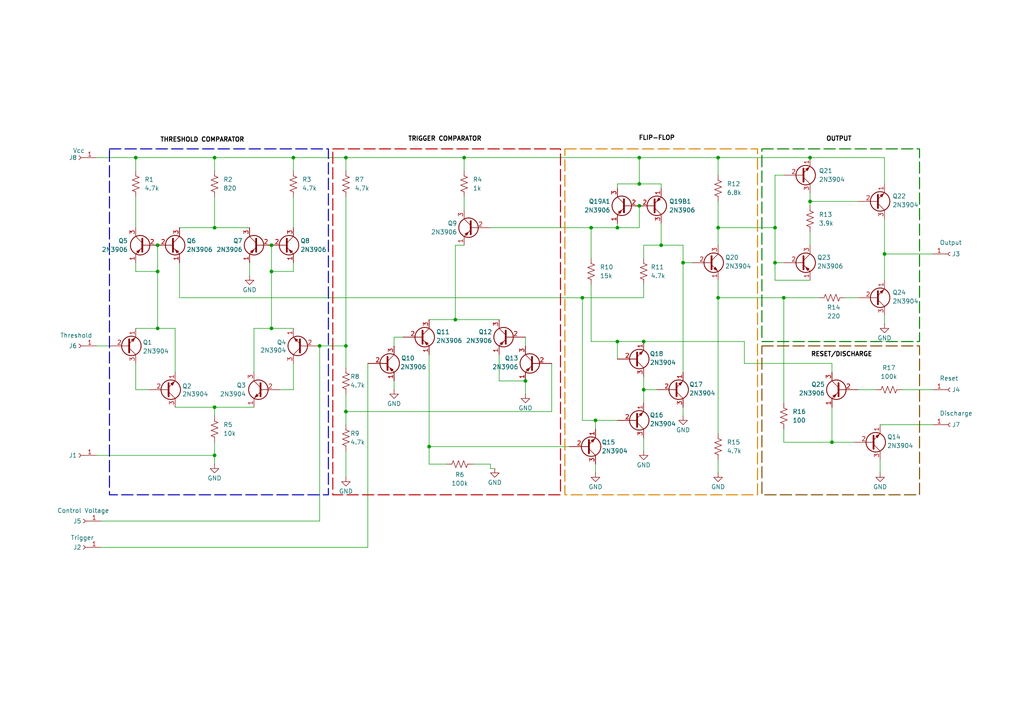
<source format=kicad_sch>
(kicad_sch (version 20231120) (generator "eeschema") (generator_version "8.0")
  (paper "A4")
  (lib_symbols
    (symbol "Connector:Conn_01x01_Socket" (pin_names (offset 1.016) hide)
      (property "Reference" "J" (at 0 2.54 0))
      (property "Value" "Conn_01x01_Socket" (at 0 -2.54 0))
      (symbol "Conn_01x01_Socket_1_1"
        (polyline (pts (xy -1.27 0) (xy -0.508 0)) (stroke (width 0.1524)))
        (arc (start 0 0.508) (mid -0.5058 0) (end 0 -0.508) (stroke (width 0.1524)))
        (pin passive line (at -5.08 0 0) (length 3.81) (name "Pin_1") (number "1"))
      )
    )
    (symbol "Device:R_US" (pin_numbers hide) (pin_names (offset 0))
      (property "Reference" "R" (at 2.54 0 90))
      (property "Value" "R_US" (at -2.54 0 90))
      (symbol "R_US_0_1"
        (polyline (pts (xy 0 -2.286) (xy 0 -2.54)))
        (polyline (pts (xy 0 2.286) (xy 0 2.54)))
        (polyline (pts (xy 0 -0.762) (xy 1.016 -1.143) (xy 0 -1.524) (xy -1.016 -1.905) (xy 0 -2.286)))
        (polyline (pts (xy 0 0.762) (xy 1.016 0.381) (xy 0 0) (xy -1.016 -0.381) (xy 0 -0.762)))
        (polyline (pts (xy 0 2.286) (xy 1.016 1.905) (xy 0 1.524) (xy -1.016 1.143) (xy 0 0.762)))
      )
      (symbol "R_US_1_1"
        (pin passive line (at 0 3.81 270) (length 1.27) (name "~") (number "1"))
        (pin passive line (at 0 -3.81 90) (length 1.27) (name "~") (number "2"))
      )
    )
    (symbol "Transistor_BJT:2N3904" (pin_names (offset 0) hide)
      (property "Reference" "Q" (at 5.08 1.905 0))
      (property "Value" "2N3904" (at 5.08 0 0))
      (symbol "2N3904_0_1"
        (polyline (pts (xy 0.635 0.635) (xy 2.54 2.54)))
        (polyline (pts (xy 0.635 -0.635) (xy 2.54 -2.54) (xy 2.54 -2.54)))
        (polyline (pts (xy 0.635 1.905) (xy 0.635 -1.905) (xy 0.635 -1.905)) (stroke (width 0.508)))
        (polyline (pts (xy 1.27 -1.778) (xy 1.778 -1.27) (xy 2.286 -2.286) (xy 1.27 -1.778) (xy 1.27 -1.778)) (fill (type outline)))
        (circle (center 1.27 0) (radius 2.8194) (stroke (width 0.254)))
      )
      (symbol "2N3904_1_1"
        (pin passive line (at 2.54 -5.08 90) (length 2.54) (name "E") (number "1"))
        (pin passive line (at -5.08 0 0) (length 5.715) (name "B") (number "2"))
        (pin passive line (at 2.54 5.08 270) (length 2.54) (name "C") (number "3"))
      )
    )
    (symbol "Transistor_BJT:2N3906" (pin_names (offset 0) hide)
      (property "Reference" "Q" (at 5.08 1.905 0))
      (property "Value" "2N3906" (at 5.08 0 0))
      (symbol "2N3906_0_1"
        (polyline (pts (xy 0.635 0.635) (xy 2.54 2.54)))
        (polyline (pts (xy 0.635 -0.635) (xy 2.54 -2.54) (xy 2.54 -2.54)))
        (polyline (pts (xy 0.635 1.905) (xy 0.635 -1.905) (xy 0.635 -1.905)) (stroke (width 0.508)))
        (polyline (pts (xy 2.286 -1.778) (xy 1.778 -2.286) (xy 1.27 -1.27) (xy 2.286 -1.778) (xy 2.286 -1.778)) (fill (type outline)))
        (circle (center 1.27 0) (radius 2.8194) (stroke (width 0.254)))
      )
      (symbol "2N3906_1_1"
        (pin passive line (at 2.54 -5.08 90) (length 2.54) (name "E") (number "1"))
        (pin input line (at -5.08 0 0) (length 5.715) (name "B") (number "2"))
        (pin passive line (at 2.54 5.08 270) (length 2.54) (name "C") (number "3"))
      )
    )
    (symbol "power:GND" (power) (pin_numbers hide) (pin_names (offset 0) hide)
      (property "Value" "GND" (at 0 -3.81 0))
      (symbol "GND_0_1"
        (polyline (pts (xy 0 0) (xy 0 -1.27) (xy 1.27 -1.27) (xy 0 -2.54) (xy -1.27 -1.27) (xy 0 -1.27)))
      )
      (symbol "GND_1_1"
        (pin power_in line (at 0 0 270) (length 0) (name "~") (number "1"))
      )
    )
  )
  (junction (at 168.91 86.36))
  (junction (at 256.54 73.66))
  (junction (at 62.23 132.08))
  (junction (at 208.28 86.36))
  (junction (at 62.23 118.11))
  (junction (at 78.74 71.12))
  (junction (at 186.69 113.03))
  (junction (at 186.69 99.06))
  (junction (at 132.08 92.71))
  (junction (at 172.72 121.92))
  (junction (at 152.4 110.49))
  (junction (at 45.72 95.25))
  (junction (at 134.62 45.72))
  (junction (at 85.09 45.72))
  (junction (at 92.71 100.33))
  (junction (at 179.07 99.06))
  (junction (at 241.3 128.27))
  (junction (at 78.74 78.74))
  (junction (at 208.28 66.04))
  (junction (at 45.72 78.74))
  (junction (at 224.79 66.04))
  (junction (at 171.45 66.04))
  (junction (at 234.95 58.42))
  (junction (at 198.12 76.2))
  (junction (at 191.77 71.12))
  (junction (at 208.28 45.72))
  (junction (at 100.33 119.38))
  (junction (at 185.42 59.69))
  (junction (at 179.07 66.04))
  (junction (at 234.95 45.72))
  (junction (at 100.33 100.33))
  (junction (at 227.33 86.36))
  (junction (at 78.74 95.25))
  (junction (at 62.23 66.04))
  (junction (at 185.42 53.34))
  (junction (at 185.42 45.72))
  (junction (at 100.33 45.72))
  (junction (at 124.46 129.54))
  (junction (at 39.37 45.72))
  (junction (at 224.79 76.2))
  (junction (at 45.72 71.12))
  (junction (at 62.23 45.72))
  (wire (pts (xy 185.42 59.69) (xy 186.69 59.69)))
  (wire (pts (xy 171.45 66.04) (xy 179.07 66.04)))
  (wire (pts (xy 198.12 76.2) (xy 200.66 76.2)))
  (wire (pts (xy 234.95 45.72) (xy 256.54 45.72)))
  (wire (pts (xy 234.95 58.42) (xy 234.95 59.69)))
  (wire (pts (xy 85.09 76.2) (xy 85.09 78.74)))
  (wire (pts (xy 198.12 76.2) (xy 198.12 71.12)))
  (wire (pts (xy 234.95 55.88) (xy 234.95 58.42)))
  (wire (pts (xy 72.39 76.2) (xy 72.39 80.01)))
  (wire (pts (xy 160.02 119.38) (xy 100.33 119.38)))
  (wire (pts (xy 198.12 118.11) (xy 198.12 120.65)))
  (wire (pts (xy 132.08 71.12) (xy 134.62 71.12)))
  (wire (pts (xy 77.47 71.12) (xy 78.74 71.12)))
  (wire (pts (xy 208.28 81.28) (xy 208.28 86.36)))
  (wire (pts (xy 142.24 134.62) (xy 137.16 134.62)))
  (wire (pts (xy 62.23 66.04) (xy 72.39 66.04)))
  (wire (pts (xy 227.33 124.46) (xy 227.33 128.27)))
  (wire (pts (xy 224.79 81.28) (xy 224.79 76.2)))
  (wire (pts (xy 179.07 64.77) (xy 179.07 66.04)))
  (wire (pts (xy 168.91 86.36) (xy 186.69 86.36)))
  (wire (pts (xy 186.69 99.06) (xy 215.9 99.06)))
  (wire (pts (xy 186.69 113.03) (xy 190.5 113.03)))
  (wire (pts (xy 179.07 99.06) (xy 179.07 104.14)))
  (wire (pts (xy 100.33 57.15) (xy 100.33 100.33)))
  (wire (pts (xy 85.09 105.41) (xy 85.09 113.03)))
  (wire (pts (xy 78.74 78.74) (xy 78.74 95.25)))
  (wire (pts (xy 261.62 113.03) (xy 270.51 113.03)))
  (wire (pts (xy 132.08 71.12) (xy 132.08 92.71)))
  (wire (pts (xy 248.92 58.42) (xy 234.95 58.42)))
  (wire (pts (xy 171.45 66.04) (xy 171.45 74.93)))
  (wire (pts (xy 255.27 133.35) (xy 255.27 137.16)))
  (wire (pts (xy 227.33 128.27) (xy 241.3 128.27)))
  (wire (pts (xy 142.24 135.89) (xy 143.51 135.89)))
  (wire (pts (xy 73.66 95.25) (xy 78.74 95.25)))
  (wire (pts (xy 85.09 113.03) (xy 81.28 113.03)))
  (wire (pts (xy 85.09 57.15) (xy 85.09 66.04)))
  (wire (pts (xy 50.8 107.95) (xy 50.8 95.25)))
  (wire (pts (xy 62.23 49.53) (xy 62.23 45.72)))
  (wire (pts (xy 256.54 91.44) (xy 256.54 93.98)))
  (wire (pts (xy 208.28 58.42) (xy 208.28 66.04)))
  (wire (pts (xy 114.3 97.79) (xy 114.3 100.33)))
  (wire (pts (xy 124.46 102.87) (xy 124.46 129.54)))
  (wire (pts (xy 124.46 129.54) (xy 165.1 129.54)))
  (wire (pts (xy 191.77 71.12) (xy 198.12 71.12)))
  (wire (pts (xy 52.07 86.36) (xy 168.91 86.36)))
  (wire (pts (xy 171.45 99.06) (xy 179.07 99.06)))
  (wire (pts (xy 160.02 105.41) (xy 160.02 119.38)))
  (wire (pts (xy 171.45 66.04) (xy 142.24 66.04)))
  (wire (pts (xy 245.11 86.36) (xy 248.92 86.36)))
  (wire (pts (xy 191.77 64.77) (xy 191.77 71.12)))
  (wire (pts (xy 62.23 134.62) (xy 62.23 132.08)))
  (wire (pts (xy 39.37 113.03) (xy 43.18 113.03)))
  (wire (pts (xy 92.71 100.33) (xy 100.33 100.33)))
  (wire (pts (xy 185.42 59.69) (xy 185.42 66.04)))
  (wire (pts (xy 184.15 59.69) (xy 185.42 59.69)))
  (wire (pts (xy 256.54 53.34) (xy 256.54 45.72)))
  (wire (pts (xy 29.21 151.13) (xy 92.71 151.13)))
  (wire (pts (xy 106.68 105.41) (xy 106.68 158.75)))
  (wire (pts (xy 185.42 45.72) (xy 185.42 53.34)))
  (wire (pts (xy 46.99 71.12) (xy 45.72 71.12)))
  (wire (pts (xy 144.78 110.49) (xy 152.4 110.49)))
  (wire (pts (xy 208.28 86.36) (xy 208.28 125.73)))
  (wire (pts (xy 215.9 105.41) (xy 215.9 99.06)))
  (wire (pts (xy 45.72 71.12) (xy 45.72 78.74)))
  (wire (pts (xy 62.23 128.27) (xy 62.23 132.08)))
  (wire (pts (xy 241.3 107.95) (xy 241.3 105.41)))
  (wire (pts (xy 185.42 45.72) (xy 208.28 45.72)))
  (wire (pts (xy 132.08 92.71) (xy 144.78 92.71)))
  (wire (pts (xy 134.62 45.72) (xy 185.42 45.72)))
  (wire (pts (xy 85.09 45.72) (xy 100.33 45.72)))
  (wire (pts (xy 62.23 45.72) (xy 85.09 45.72)))
  (wire (pts (xy 191.77 71.12) (xy 186.69 71.12)))
  (wire (pts (xy 208.28 45.72) (xy 234.95 45.72)))
  (wire (pts (xy 208.28 66.04) (xy 224.79 66.04)))
  (wire (pts (xy 100.33 119.38) (xy 100.33 123.19)))
  (wire (pts (xy 248.92 113.03) (xy 254 113.03)))
  (wire (pts (xy 179.07 66.04) (xy 185.42 66.04)))
  (wire (pts (xy 39.37 105.41) (xy 39.37 113.03)))
  (wire (pts (xy 144.78 102.87) (xy 144.78 110.49)))
  (wire (pts (xy 224.79 76.2) (xy 227.33 76.2)))
  (wire (pts (xy 256.54 63.5) (xy 256.54 73.66)))
  (wire (pts (xy 52.07 76.2) (xy 52.07 86.36)))
  (wire (pts (xy 39.37 45.72) (xy 62.23 45.72)))
  (wire (pts (xy 186.69 86.36) (xy 186.69 82.55)))
  (wire (pts (xy 27.94 45.72) (xy 39.37 45.72)))
  (wire (pts (xy 208.28 50.8) (xy 208.28 45.72)))
  (wire (pts (xy 186.69 71.12) (xy 186.69 74.93)))
  (wire (pts (xy 100.33 100.33) (xy 100.33 106.68)))
  (wire (pts (xy 45.72 78.74) (xy 45.72 95.25)))
  (wire (pts (xy 114.3 110.49) (xy 114.3 113.03)))
  (wire (pts (xy 124.46 92.71) (xy 132.08 92.71)))
  (wire (pts (xy 241.3 128.27) (xy 247.65 128.27)))
  (wire (pts (xy 29.21 158.75) (xy 106.68 158.75)))
  (wire (pts (xy 234.95 67.31) (xy 234.95 71.12)))
  (wire (pts (xy 179.07 54.61) (xy 179.07 53.34)))
  (wire (pts (xy 142.24 135.89) (xy 142.24 134.62)))
  (wire (pts (xy 172.72 124.46) (xy 172.72 121.92)))
  (wire (pts (xy 168.91 121.92) (xy 172.72 121.92)))
  (wire (pts (xy 116.84 97.79) (xy 114.3 97.79)))
  (wire (pts (xy 255.27 123.19) (xy 270.51 123.19)))
  (wire (pts (xy 256.54 73.66) (xy 270.51 73.66)))
  (wire (pts (xy 39.37 76.2) (xy 39.37 78.74)))
  (wire (pts (xy 52.07 66.04) (xy 62.23 66.04)))
  (wire (pts (xy 62.23 120.65) (xy 62.23 118.11)))
  (wire (pts (xy 100.33 114.3) (xy 100.33 119.38)))
  (wire (pts (xy 124.46 134.62) (xy 129.54 134.62)))
  (wire (pts (xy 39.37 49.53) (xy 39.37 45.72)))
  (wire (pts (xy 39.37 78.74) (xy 45.72 78.74)))
  (wire (pts (xy 168.91 86.36) (xy 168.91 121.92)))
  (wire (pts (xy 27.94 100.33) (xy 31.75 100.33)))
  (wire (pts (xy 39.37 95.25) (xy 45.72 95.25)))
  (wire (pts (xy 100.33 45.72) (xy 134.62 45.72)))
  (wire (pts (xy 62.23 118.11) (xy 73.66 118.11)))
  (wire (pts (xy 227.33 86.36) (xy 237.49 86.36)))
  (wire (pts (xy 186.69 109.22) (xy 186.69 113.03)))
  (wire (pts (xy 208.28 66.04) (xy 208.28 71.12)))
  (wire (pts (xy 85.09 78.74) (xy 78.74 78.74)))
  (wire (pts (xy 172.72 134.62) (xy 172.72 137.16)))
  (wire (pts (xy 78.74 71.12) (xy 80.01 71.12)))
  (wire (pts (xy 186.69 113.03) (xy 186.69 116.84)))
  (wire (pts (xy 179.07 53.34) (xy 185.42 53.34)))
  (wire (pts (xy 152.4 97.79) (xy 152.4 100.33)))
  (wire (pts (xy 100.33 49.53) (xy 100.33 45.72)))
  (wire (pts (xy 73.66 107.95) (xy 73.66 95.25)))
  (wire (pts (xy 62.23 57.15) (xy 62.23 66.04)))
  (wire (pts (xy 27.94 132.08) (xy 62.23 132.08)))
  (wire (pts (xy 198.12 76.2) (xy 198.12 107.95)))
  (wire (pts (xy 78.74 95.25) (xy 85.09 95.25)))
  (wire (pts (xy 85.09 49.53) (xy 85.09 45.72)))
  (wire (pts (xy 134.62 57.15) (xy 134.62 60.96)))
  (wire (pts (xy 134.62 49.53) (xy 134.62 45.72)))
  (wire (pts (xy 179.07 99.06) (xy 186.69 99.06)))
  (wire (pts (xy 241.3 118.11) (xy 241.3 128.27)))
  (wire (pts (xy 78.74 71.12) (xy 78.74 78.74)))
  (wire (pts (xy 227.33 50.8) (xy 224.79 50.8)))
  (wire (pts (xy 172.72 121.92) (xy 179.07 121.92)))
  (wire (pts (xy 171.45 82.55) (xy 171.45 99.06)))
  (wire (pts (xy 256.54 73.66) (xy 256.54 81.28)))
  (wire (pts (xy 208.28 86.36) (xy 227.33 86.36)))
  (wire (pts (xy 227.33 86.36) (xy 227.33 116.84)))
  (wire (pts (xy 224.79 50.8) (xy 224.79 66.04)))
  (wire (pts (xy 50.8 118.11) (xy 62.23 118.11)))
  (wire (pts (xy 44.45 71.12) (xy 45.72 71.12)))
  (wire (pts (xy 92.71 100.33) (xy 92.71 151.13)))
  (wire (pts (xy 39.37 57.15) (xy 39.37 66.04)))
  (wire (pts (xy 152.4 110.49) (xy 152.4 114.3)))
  (wire (pts (xy 234.95 81.28) (xy 224.79 81.28)))
  (wire (pts (xy 224.79 66.04) (xy 224.79 76.2)))
  (wire (pts (xy 191.77 53.34) (xy 191.77 54.61)))
  (wire (pts (xy 185.42 53.34) (xy 191.77 53.34)))
  (wire (pts (xy 45.72 95.25) (xy 50.8 95.25)))
  (wire (pts (xy 124.46 129.54) (xy 124.46 134.62)))
  (wire (pts (xy 100.33 130.81) (xy 100.33 138.43)))
  (wire (pts (xy 186.69 127) (xy 186.69 130.81)))
  (wire (pts (xy 208.28 133.35) (xy 208.28 137.16)))
  (wire (pts (xy 241.3 105.41) (xy 215.9 105.41)))
  (rectangle (start 220.98 43.18) (end 266.7 99.06) (stroke (width 0.3) (type dash) (color 0 132 0 1)))
  (rectangle (start 31.75 43.18) (end 95.25 143.51) (stroke (width 0.3) (type dash)))
  (rectangle (start 163.83 43.18) (end 219.71 143.51) (stroke (width 0.3) (type dash) (color 221 133 0 1)))
  (rectangle (start 96.52 43.18) (end 162.56 143.51) (stroke (width 0.3) (type dash) (color 194 0 0 1)))
  (rectangle (start 220.98 100.33) (end 266.7 143.51) (stroke (width 0.3) (type dash) (color 128 77 0 1)))
  (text "OUTPUT\n" (at 243.332 40.386 0) (effects (font (size 1.27 1.27) (thickness 0.254) (bold yes))))
  (text "RESET/DISCHARGE" (at 244.094 102.87 0) (effects (font (size 1.27 1.27) (thickness 0.254) (bold yes))))
  (text "FLIP-FLOP\n" (at 190.5 40.132 0) (effects (font (size 1.27 1.27) (thickness 0.254) (bold yes))))
  (text "THRESHOLD COMPARATOR" (at 58.674 40.64 0) (effects (font (size 1.27 1.27) (thickness 0.254) (bold yes))))
  (text "TRIGGER COMPARATOR\n" (at 129.032 40.386 0) (effects (font (size 1.27 1.27) (thickness 0.254) (bold yes))))
  (symbol (lib_id "Transistor_BJT:2N3904") (at 232.41 50.8 0) (mirror x) (unit 1)
    (property "Reference" "Q21" (at 237.49 49.53 0) (effects (justify left)))
    (property "Value" "2N3904" (at 237.49 52.07 0) (effects (justify left)))
    (property "Footprint" "Package_TO_SOT_THT:TO-92_Inline" (effects (hide yes)))
    (property "Datasheet" "https://www.onsemi.com/pub/Collateral/2N3903-D.PDF" (effects (hide yes)))
    (property "Description" "0.2A Ic, 40V Vce, Small Signal NPN Transistor, TO-92" (effects (hide yes)))
  )
  (symbol (lib_id "Transistor_BJT:2N3904") (at 76.2 113.03 0) (mirror y) (unit 1)
    (property "Reference" "Q3" (at 71.374 111.76 0) (effects (justify left)))
    (property "Value" "2N3904" (at 71.374 114.3 0) (effects (justify left)))
    (property "Footprint" "Package_TO_SOT_THT:TO-92_Inline" (effects (hide yes)))
    (property "Datasheet" "https://www.onsemi.com/pub/Collateral/2N3903-D.PDF" (effects (hide yes)))
    (property "Description" "0.2A Ic, 40V Vce, Small Signal NPN Transistor, TO-92" (effects (hide yes)))
  )
  (symbol (lib_id "Device:R_US") (at 39.37 53.34 0) (unit 1)
    (property "Reference" "R1" (at 41.91 52.0699 0) (effects (justify left)))
    (property "Value" "4.7k" (at 41.91 54.6099 0) (effects (justify left)))
    (property "Footprint" "Resistor_THT:R_Axial_DIN0207_L6.3mm_D2.5mm_P10.16mm_Horizontal" (effects (hide yes)))
    (property "Description" "Resistor, US symbol" (effects (hide yes)))
  )
  (symbol (lib_id "Transistor_BJT:2N3904") (at 87.63 100.33 180) (unit 1)
    (property "Reference" "Q4" (at 83.058 99.314 0) (effects (justify left)))
    (property "Value" "2N3904" (at 83.058 101.6 0) (effects (justify left)))
    (property "Footprint" "Package_TO_SOT_THT:TO-92_Inline" (effects (hide yes)))
    (property "Datasheet" "https://www.onsemi.com/pub/Collateral/2N3903-D.PDF" (effects (hide yes)))
    (property "Description" "0.2A Ic, 40V Vce, Small Signal NPN Transistor, TO-92" (effects (hide yes)))
  )
  (symbol (lib_id "Transistor_BJT:2N3904") (at 252.73 128.27 0) (mirror x) (unit 1)
    (property "Reference" "Q14" (at 257.302 126.746 0) (effects (justify left)))
    (property "Value" "2N3904" (at 257.302 129.286 0) (effects (justify left)))
    (property "Footprint" "Package_TO_SOT_THT:TO-92_Inline" (effects (hide yes)))
    (property "Datasheet" "https://www.onsemi.com/pub/Collateral/2N3903-D.PDF" (effects (hide yes)))
    (property "Description" "0.2A Ic, 40V Vce, Small Signal NPN Transistor, TO-92" (effects (hide yes)))
  )
  (symbol (lib_id "Device:R_US") (at 134.62 53.34 0) (unit 1)
    (property "Reference" "R4" (at 137.16 52.0699 0) (effects (justify left)))
    (property "Value" "1k" (at 137.16 54.6099 0) (effects (justify left)))
    (property "Footprint" "Resistor_THT:R_Axial_DIN0207_L6.3mm_D2.5mm_P10.16mm_Horizontal" (effects (hide yes)))
    (property "Description" "Resistor, US symbol" (effects (hide yes)))
  )
  (symbol (lib_id "Transistor_BJT:2N3906") (at 137.16 66.04 0) (mirror y) (unit 1)
    (property "Reference" "Q9" (at 132.588 64.7701 0) (effects (justify left)))
    (property "Value" "2N3906" (at 132.588 67.31 0) (effects (justify left)))
    (property "Footprint" "Package_TO_SOT_THT:TO-92_Inline" (effects (hide yes)))
    (property "Datasheet" "https://www.onsemi.com/pub/Collateral/2N3906-D.PDF" (effects (hide yes)))
    (property "Description" "-0.2A Ic, -40V Vce, Small Signal PNP Transistor, TO-92" (effects (hide yes)))
  )
  (symbol (lib_id "Transistor_BJT:2N3904") (at 48.26 113.03 0) (mirror x) (unit 1)
    (property "Reference" "Q2" (at 52.832 112.014 0) (effects (justify left)))
    (property "Value" "2N3904" (at 52.832 114.3 0) (effects (justify left)))
    (property "Footprint" "Package_TO_SOT_THT:TO-92_Inline" (effects (hide yes)))
    (property "Datasheet" "https://www.onsemi.com/pub/Collateral/2N3903-D.PDF" (effects (hide yes)))
    (property "Description" "0.2A Ic, 40V Vce, Small Signal NPN Transistor, TO-92" (effects (hide yes)))
  )
  (symbol (lib_id "Device:R_US") (at 100.33 53.34 0) (unit 1)
    (property "Reference" "R7" (at 102.87 52.0699 0) (effects (justify left)))
    (property "Value" "4.7k" (at 102.87 54.6099 0) (effects (justify left)))
    (property "Footprint" "Resistor_THT:R_Axial_DIN0207_L6.3mm_D2.5mm_P10.16mm_Horizontal" (effects (hide yes)))
    (property "Description" "Resistor, US symbol" (effects (hide yes)))
  )
  (symbol (lib_id "power:GND") (at 256.54 93.98 0) (unit 1)
    (property "Reference" "#PWR011" (effects (hide yes)))
    (property "Value" "GND" (at 256.54 98.044 0))
    (property "Description" "Power symbol creates a global label with name \"GND\" , ground" (effects (hide yes)))
  )
  (symbol (lib_id "Device:R_US") (at 100.33 127 0) (unit 1)
    (property "Reference" "R9" (at 101.6 125.73 0) (effects (justify left)))
    (property "Value" "4.7k" (at 101.6 128.27 0) (effects (justify left)))
    (property "Footprint" "Resistor_THT:R_Axial_DIN0207_L6.3mm_D2.5mm_P10.16mm_Horizontal" (effects (hide yes)))
    (property "Description" "Resistor, US symbol" (effects (hide yes)))
  )
  (symbol (lib_id "Connector:Conn_01x01_Socket") (at 24.13 151.13 180) (unit 1)
    (property "Reference" "J5" (at 23.622 151.13 0) (effects (justify left)))
    (property "Value" "Control Voltage" (at 24.13 148.082 0))
    (property "Footprint" "Connector_PinHeader_2.54mm:PinHeader_1x01_P2.54mm_Vertical" (effects (hide yes)))
    (property "Description" "Generic connector, single row, 01x01, script generated" (effects (hide yes)))
  )
  (symbol (lib_id "Transistor_BJT:2N3904") (at 254 86.36 0) (mirror x) (unit 1)
    (property "Reference" "Q24" (at 258.826 84.836 0) (effects (justify left)))
    (property "Value" "2N3904" (at 258.826 87.376 0) (effects (justify left)))
    (property "Footprint" "Package_TO_SOT_THT:TO-92_Inline" (effects (hide yes)))
    (property "Datasheet" "https://www.onsemi.com/pub/Collateral/2N3903-D.PDF" (effects (hide yes)))
    (property "Description" "0.2A Ic, 40V Vce, Small Signal NPN Transistor, TO-92" (effects (hide yes)))
  )
  (symbol (lib_id "Transistor_BJT:2N3906") (at 111.76 105.41 0) (unit 1)
    (property "Reference" "Q10" (at 116.332 103.886 0) (effects (justify left)))
    (property "Value" "2N3906" (at 116.078 106.426 0) (effects (justify left)))
    (property "Footprint" "Package_TO_SOT_THT:TO-92_Inline" (effects (hide yes)))
    (property "Datasheet" "https://www.onsemi.com/pub/Collateral/2N3906-D.PDF" (effects (hide yes)))
    (property "Description" "-0.2A Ic, -40V Vce, Small Signal PNP Transistor, TO-92" (effects (hide yes)))
  )
  (symbol (lib_id "Device:R_US") (at 257.81 113.03 90) (unit 1)
    (property "Reference" "R17" (at 257.81 106.68 90))
    (property "Value" "100k" (at 257.81 109.22 90))
    (property "Footprint" "Resistor_THT:R_Axial_DIN0207_L6.3mm_D2.5mm_P10.16mm_Horizontal" (effects (hide yes)))
    (property "Description" "Resistor, US symbol" (effects (hide yes)))
  )
  (symbol (lib_id "Connector:Conn_01x01_Socket") (at 275.59 113.03 0) (unit 1)
    (property "Reference" "J4" (at 276.098 113.03 0) (effects (justify left)))
    (property "Value" "Reset" (at 272.542 109.728 0) (effects (justify left)))
    (property "Footprint" "Connector_PinHeader_2.54mm:PinHeader_1x01_P2.54mm_Vertical" (effects (hide yes)))
    (property "Description" "Generic connector, single row, 01x01, script generated" (effects (hide yes)))
  )
  (symbol (lib_id "power:GND") (at 62.23 134.62 0) (unit 1)
    (property "Reference" "#PWR013" (effects (hide yes)))
    (property "Value" "GND" (at 62.23 138.684 0))
    (property "Description" "Power symbol creates a global label with name \"GND\" , ground" (effects (hide yes)))
  )
  (symbol (lib_id "Connector:Conn_01x01_Socket") (at 24.13 158.75 180) (unit 1)
    (property "Reference" "J2" (at 23.622 158.75 0) (effects (justify left)))
    (property "Value" "Trigger" (at 23.876 155.956 0))
    (property "Footprint" "Connector_PinHeader_2.54mm:PinHeader_1x01_P2.54mm_Vertical" (effects (hide yes)))
    (property "Description" "Generic connector, single row, 01x01, script generated" (effects (hide yes)))
  )
  (symbol (lib_id "Transistor_BJT:2N3906") (at 121.92 97.79 0) (unit 1)
    (property "Reference" "Q11" (at 126.492 96.2661 0) (effects (justify left)))
    (property "Value" "2N3906" (at 126.492 98.806 0) (effects (justify left)))
    (property "Footprint" "Package_TO_SOT_THT:TO-92_Inline" (effects (hide yes)))
    (property "Datasheet" "https://www.onsemi.com/pub/Collateral/2N3906-D.PDF" (effects (hide yes)))
    (property "Description" "-0.2A Ic, -40V Vce, Small Signal PNP Transistor, TO-92" (effects (hide yes)))
  )
  (symbol (lib_id "Transistor_BJT:2N3906") (at 82.55 71.12 0) (unit 1)
    (property "Reference" "Q8" (at 87.122 69.8501 0) (effects (justify left)))
    (property "Value" "2N3906" (at 87.122 72.39 0) (effects (justify left)))
    (property "Footprint" "Package_TO_SOT_THT:TO-92_Inline" (effects (hide yes)))
    (property "Datasheet" "https://www.onsemi.com/pub/Collateral/2N3906-D.PDF" (effects (hide yes)))
    (property "Description" "-0.2A Ic, -40V Vce, Small Signal PNP Transistor, TO-92" (effects (hide yes)))
  )
  (symbol (lib_id "Transistor_BJT:2N3904") (at 170.18 129.54 0) (mirror x) (unit 1)
    (property "Reference" "Q15" (at 174.498 128.27 0) (effects (justify left)))
    (property "Value" "2N3904" (at 174.498 130.81 0) (effects (justify left)))
    (property "Footprint" "Package_TO_SOT_THT:TO-92_Inline" (effects (hide yes)))
    (property "Datasheet" "https://www.onsemi.com/pub/Collateral/2N3903-D.PDF" (effects (hide yes)))
    (property "Description" "0.2A Ic, 40V Vce, Small Signal NPN Transistor, TO-92" (effects (hide yes)))
  )
  (symbol (lib_id "Transistor_BJT:2N3904") (at 254 58.42 0) (mirror x) (unit 1)
    (property "Reference" "Q22" (at 258.826 56.896 0) (effects (justify left)))
    (property "Value" "2N3904" (at 258.826 59.436 0) (effects (justify left)))
    (property "Footprint" "Package_TO_SOT_THT:TO-92_Inline" (effects (hide yes)))
    (property "Datasheet" "https://www.onsemi.com/pub/Collateral/2N3903-D.PDF" (effects (hide yes)))
    (property "Description" "0.2A Ic, 40V Vce, Small Signal NPN Transistor, TO-92" (effects (hide yes)))
  )
  (symbol (lib_id "power:GND") (at 208.28 137.16 0) (unit 1)
    (property "Reference" "#PWR010" (effects (hide yes)))
    (property "Value" "GND" (at 208.28 141.224 0))
    (property "Description" "Power symbol creates a global label with name \"GND\" , ground" (effects (hide yes)))
  )
  (symbol (lib_id "Device:R_US") (at 85.09 53.34 0) (unit 1)
    (property "Reference" "R3" (at 87.63 52.0699 0) (effects (justify left)))
    (property "Value" "4.7k" (at 87.63 54.6099 0) (effects (justify left)))
    (property "Footprint" "Resistor_THT:R_Axial_DIN0207_L6.3mm_D2.5mm_P10.16mm_Horizontal" (effects (hide yes)))
    (property "Description" "Resistor, US symbol" (effects (hide yes)))
  )
  (symbol (lib_id "Transistor_BJT:2N3906") (at 181.61 59.69 0) (mirror y) (unit 1)
    (property "Reference" "Q19A1" (at 177.038 58.4201 0) (effects (justify left)))
    (property "Value" "2N3906" (at 177.038 60.96 0) (effects (justify left)))
    (property "Footprint" "Package_TO_SOT_THT:TO-92_Inline" (effects (hide yes)))
    (property "Datasheet" "https://www.onsemi.com/pub/Collateral/2N3906-D.PDF" (effects (hide yes)))
    (property "Description" "-0.2A Ic, -40V Vce, Small Signal PNP Transistor, TO-92" (effects (hide yes)))
  )
  (symbol (lib_id "Transistor_BJT:2N3906") (at 154.94 105.41 0) (mirror y) (unit 1)
    (property "Reference" "Q13" (at 150.368 103.8861 0) (effects (justify left)))
    (property "Value" "2N3906" (at 150.368 106.426 0) (effects (justify left)))
    (property "Footprint" "Package_TO_SOT_THT:TO-92_Inline" (effects (hide yes)))
    (property "Datasheet" "https://www.onsemi.com/pub/Collateral/2N3906-D.PDF" (effects (hide yes)))
    (property "Description" "-0.2A Ic, -40V Vce, Small Signal PNP Transistor, TO-92" (effects (hide yes)))
  )
  (symbol (lib_id "Connector:Conn_01x01_Socket") (at 22.86 45.72 180) (unit 1)
    (property "Reference" "J8" (at 22.352 45.72 0) (effects (justify left)))
    (property "Value" "Vcc" (at 22.86 43.688 0))
    (property "Footprint" "Connector_PinHeader_2.54mm:PinHeader_1x01_P2.54mm_Vertical" (effects (hide yes)))
    (property "Description" "Generic connector, single row, 01x01, script generated" (effects (hide yes)))
  )
  (symbol (lib_id "power:GND") (at 114.3 113.03 0) (unit 1)
    (property "Reference" "#PWR04" (effects (hide yes)))
    (property "Value" "GND" (at 114.3 117.094 0))
    (property "Description" "Power symbol creates a global label with name \"GND\" , ground" (effects (hide yes)))
  )
  (symbol (lib_id "Device:R_US") (at 62.23 124.46 0) (unit 1)
    (property "Reference" "R5" (at 64.77 123.1899 0) (effects (justify left)))
    (property "Value" "10k" (at 64.77 125.7299 0) (effects (justify left)))
    (property "Footprint" "Resistor_THT:R_Axial_DIN0207_L6.3mm_D2.5mm_P10.16mm_Horizontal" (effects (hide yes)))
    (property "Description" "Resistor, US symbol" (effects (hide yes)))
  )
  (symbol (lib_id "power:GND") (at 72.39 80.01 0) (unit 1)
    (property "Reference" "#PWR01" (effects (hide yes)))
    (property "Value" "GND" (at 72.39 84.074 0))
    (property "Description" "Power symbol creates a global label with name \"GND\" , ground" (effects (hide yes)))
  )
  (symbol (lib_id "Connector:Conn_01x01_Socket") (at 275.59 73.66 0) (unit 1)
    (property "Reference" "J3" (at 276.098 73.66 0) (effects (justify left)))
    (property "Value" "Output" (at 272.542 70.358 0) (effects (justify left)))
    (property "Footprint" "Connector_PinHeader_2.54mm:PinHeader_1x01_P2.54mm_Vertical" (effects (hide yes)))
    (property "Description" "Generic connector, single row, 01x01, script generated" (effects (hide yes)))
  )
  (symbol (lib_id "Device:R_US") (at 100.33 110.49 0) (unit 1)
    (property "Reference" "R8" (at 101.6 109.2199 0) (effects (justify left)))
    (property "Value" "4.7k" (at 101.6 111.7599 0) (effects (justify left)))
    (property "Footprint" "Resistor_THT:R_Axial_DIN0207_L6.3mm_D2.5mm_P10.16mm_Horizontal" (effects (hide yes)))
    (property "Description" "Resistor, US symbol" (effects (hide yes)))
  )
  (symbol (lib_id "Transistor_BJT:2N3904") (at 184.15 104.14 0) (mirror x) (unit 1)
    (property "Reference" "Q18" (at 188.468 102.616 0) (effects (justify left)))
    (property "Value" "2N3904" (at 188.468 105.156 0) (effects (justify left)))
    (property "Footprint" "Package_TO_SOT_THT:TO-92_Inline" (effects (hide yes)))
    (property "Datasheet" "https://www.onsemi.com/pub/Collateral/2N3903-D.PDF" (effects (hide yes)))
    (property "Description" "0.2A Ic, 40V Vce, Small Signal NPN Transistor, TO-92" (effects (hide yes)))
  )
  (symbol (lib_id "Connector:Conn_01x01_Socket") (at 22.86 132.08 180) (unit 1)
    (property "Reference" "J1" (at 22.352 132.08 0) (effects (justify left)))
    (property "Value" "GND" (effects (hide yes)))
    (property "Footprint" "Connector_PinHeader_2.54mm:PinHeader_1x01_P2.54mm_Vertical" (effects (hide yes)))
    (property "Description" "Generic connector, single row, 01x01, script generated" (effects (hide yes)))
  )
  (symbol (lib_id "Device:R_US") (at 208.28 129.54 0) (unit 1)
    (property "Reference" "R15" (at 210.82 128.2699 0) (effects (justify left)))
    (property "Value" "4.7k" (at 210.82 130.8099 0) (effects (justify left)))
    (property "Footprint" "Resistor_THT:R_Axial_DIN0207_L6.3mm_D2.5mm_P10.16mm_Horizontal" (effects (hide yes)))
    (property "Description" "Resistor, US symbol" (effects (hide yes)))
  )
  (symbol (lib_id "Transistor_BJT:2N3906") (at 243.84 113.03 0) (mirror y) (unit 1)
    (property "Reference" "Q25" (at 239.268 111.5061 0) (effects (justify left)))
    (property "Value" "2N3906" (at 239.268 114.046 0) (effects (justify left)))
    (property "Footprint" "Package_TO_SOT_THT:TO-92_Inline" (effects (hide yes)))
    (property "Datasheet" "https://www.onsemi.com/pub/Collateral/2N3906-D.PDF" (effects (hide yes)))
    (property "Description" "-0.2A Ic, -40V Vce, Small Signal PNP Transistor, TO-92" (effects (hide yes)))
  )
  (symbol (lib_id "Connector:Conn_01x01_Socket") (at 22.86 100.33 180) (unit 1)
    (property "Reference" "J6" (at 22.352 100.33 0) (effects (justify left)))
    (property "Value" "Threshold" (at 22.098 97.282 0))
    (property "Footprint" "Connector_PinHeader_2.54mm:PinHeader_1x01_P2.54mm_Vertical" (effects (hide yes)))
    (property "Description" "Generic connector, single row, 01x01, script generated" (effects (hide yes)))
  )
  (symbol (lib_id "Transistor_BJT:2N3904") (at 36.83 100.33 0) (mirror x) (unit 1)
    (property "Reference" "Q1" (at 41.402 99.314 0) (effects (justify left)))
    (property "Value" "2N3904" (at 41.402 101.854 0) (effects (justify left)))
    (property "Footprint" "Package_TO_SOT_THT:TO-92_Inline" (effects (hide yes)))
    (property "Datasheet" "https://www.onsemi.com/pub/Collateral/2N3903-D.PDF" (effects (hide yes)))
    (property "Description" "0.2A Ic, 40V Vce, Small Signal NPN Transistor, TO-92" (effects (hide yes)))
  )
  (symbol (lib_id "Transistor_BJT:2N3904") (at 195.58 113.03 0) (mirror x) (unit 1)
    (property "Reference" "Q17" (at 199.898 111.506 0) (effects (justify left)))
    (property "Value" "2N3904" (at 199.898 114.046 0) (effects (justify left)))
    (property "Footprint" "Package_TO_SOT_THT:TO-92_Inline" (effects (hide yes)))
    (property "Datasheet" "https://www.onsemi.com/pub/Collateral/2N3903-D.PDF" (effects (hide yes)))
    (property "Description" "0.2A Ic, 40V Vce, Small Signal NPN Transistor, TO-92" (effects (hide yes)))
  )
  (symbol (lib_id "power:GND") (at 255.27 137.16 0) (unit 1)
    (property "Reference" "#PWR07" (effects (hide yes)))
    (property "Value" "GND" (at 255.27 141.224 0))
    (property "Description" "Power symbol creates a global label with name \"GND\" , ground" (effects (hide yes)))
  )
  (symbol (lib_id "Transistor_BJT:2N3906") (at 41.91 71.12 0) (mirror y) (unit 1)
    (property "Reference" "Q5" (at 37.084 69.85 0) (effects (justify left)))
    (property "Value" "2N3906" (at 37.084 72.39 0) (effects (justify left)))
    (property "Footprint" "Package_TO_SOT_THT:TO-92_Inline" (effects (hide yes)))
    (property "Datasheet" "https://www.onsemi.com/pub/Collateral/2N3906-D.PDF" (effects (hide yes)))
    (property "Description" "-0.2A Ic, -40V Vce, Small Signal PNP Transistor, TO-92" (effects (hide yes)))
  )
  (symbol (lib_id "Device:R_US") (at 208.28 54.61 0) (unit 1)
    (property "Reference" "R12" (at 210.82 53.3399 0) (effects (justify left)))
    (property "Value" "6.8k" (at 210.82 55.8799 0) (effects (justify left)))
    (property "Footprint" "Resistor_THT:R_Axial_DIN0207_L6.3mm_D2.5mm_P10.16mm_Horizontal" (effects (hide yes)))
    (property "Description" "Resistor, US symbol" (effects (hide yes)))
  )
  (symbol (lib_id "power:GND") (at 186.69 130.81 0) (unit 1)
    (property "Reference" "#PWR08" (effects (hide yes)))
    (property "Value" "GND" (at 186.69 134.874 0))
    (property "Description" "Power symbol creates a global label with name \"GND\" , ground" (effects (hide yes)))
  )
  (symbol (lib_id "Transistor_BJT:2N3906") (at 147.32 97.79 0) (mirror y) (unit 1)
    (property "Reference" "Q12" (at 142.748 96.2661 0) (effects (justify left)))
    (property "Value" "2N3906" (at 142.748 98.806 0) (effects (justify left)))
    (property "Footprint" "Package_TO_SOT_THT:TO-92_Inline" (effects (hide yes)))
    (property "Datasheet" "https://www.onsemi.com/pub/Collateral/2N3906-D.PDF" (effects (hide yes)))
    (property "Description" "-0.2A Ic, -40V Vce, Small Signal PNP Transistor, TO-92" (effects (hide yes)))
  )
  (symbol (lib_id "Connector:Conn_01x01_Socket") (at 275.59 123.19 0) (unit 1)
    (property "Reference" "J7" (at 276.098 123.19 0) (effects (justify left)))
    (property "Value" "Discharge" (at 272.542 119.888 0) (effects (justify left)))
    (property "Footprint" "Connector_PinHeader_2.54mm:PinHeader_1x01_P2.54mm_Vertical" (effects (hide yes)))
    (property "Description" "Generic connector, single row, 01x01, script generated" (effects (hide yes)))
  )
  (symbol (lib_id "Transistor_BJT:2N3906") (at 74.93 71.12 0) (mirror y) (unit 1)
    (property "Reference" "Q7" (at 70.358 69.8501 0) (effects (justify left)))
    (property "Value" "2N3906" (at 70.358 72.39 0) (effects (justify left)))
    (property "Footprint" "Package_TO_SOT_THT:TO-92_Inline" (effects (hide yes)))
    (property "Datasheet" "https://www.onsemi.com/pub/Collateral/2N3906-D.PDF" (effects (hide yes)))
    (property "Description" "-0.2A Ic, -40V Vce, Small Signal PNP Transistor, TO-92" (effects (hide yes)))
  )
  (symbol (lib_id "Device:R_US") (at 227.33 120.65 0) (unit 1)
    (property "Reference" "R16" (at 229.87 119.3799 0) (effects (justify left)))
    (property "Value" "100" (at 229.87 121.9199 0) (effects (justify left)))
    (property "Footprint" "Resistor_THT:R_Axial_DIN0207_L6.3mm_D2.5mm_P10.16mm_Horizontal" (effects (hide yes)))
    (property "Description" "Resistor, US symbol" (effects (hide yes)))
  )
  (symbol (lib_id "power:GND") (at 198.12 120.65 0) (unit 1)
    (property "Reference" "#PWR09" (effects (hide yes)))
    (property "Value" "GND" (at 198.12 124.714 0))
    (property "Description" "Power symbol creates a global label with name \"GND\" , ground" (effects (hide yes)))
  )
  (symbol (lib_id "Transistor_BJT:2N3904") (at 184.15 121.92 0) (mirror x) (unit 1)
    (property "Reference" "Q16" (at 188.468 120.396 0) (effects (justify left)))
    (property "Value" "2N3904" (at 188.468 122.936 0) (effects (justify left)))
    (property "Footprint" "Package_TO_SOT_THT:TO-92_Inline" (effects (hide yes)))
    (property "Datasheet" "https://www.onsemi.com/pub/Collateral/2N3903-D.PDF" (effects (hide yes)))
    (property "Description" "0.2A Ic, 40V Vce, Small Signal NPN Transistor, TO-92" (effects (hide yes)))
  )
  (symbol (lib_id "Device:R_US") (at 133.35 134.62 270) (unit 1)
    (property "Reference" "R6" (at 133.35 137.668 90))
    (property "Value" "100k" (at 133.35 140.208 90))
    (property "Footprint" "Resistor_THT:R_Axial_DIN0207_L6.3mm_D2.5mm_P10.16mm_Horizontal" (effects (hide yes)))
    (property "Description" "Resistor, US symbol" (effects (hide yes)))
  )
  (symbol (lib_id "Device:R_US") (at 186.69 78.74 0) (unit 1)
    (property "Reference" "R11" (at 188.722 77.47 0) (effects (justify left)))
    (property "Value" "4.7k" (at 188.722 80.01 0) (effects (justify left)))
    (property "Footprint" "Resistor_THT:R_Axial_DIN0207_L6.3mm_D2.5mm_P10.16mm_Horizontal" (effects (hide yes)))
    (property "Description" "Resistor, US symbol" (effects (hide yes)))
  )
  (symbol (lib_id "power:GND") (at 152.4 114.3 0) (unit 1)
    (property "Reference" "#PWR06" (effects (hide yes)))
    (property "Value" "GND" (at 152.4 118.364 0))
    (property "Description" "Power symbol creates a global label with name \"GND\" , ground" (effects (hide yes)))
  )
  (symbol (lib_id "Transistor_BJT:2N3906") (at 232.41 76.2 0) (unit 1)
    (property "Reference" "Q23" (at 236.982 74.6761 0) (effects (justify left)))
    (property "Value" "2N3906" (at 236.982 77.216 0) (effects (justify left)))
    (property "Footprint" "Package_TO_SOT_THT:TO-92_Inline" (effects (hide yes)))
    (property "Datasheet" "https://www.onsemi.com/pub/Collateral/2N3906-D.PDF" (effects (hide yes)))
    (property "Description" "-0.2A Ic, -40V Vce, Small Signal PNP Transistor, TO-92" (effects (hide yes)))
  )
  (symbol (lib_id "Device:R_US") (at 62.23 53.34 0) (unit 1)
    (property "Reference" "R2" (at 64.77 52.0699 0) (effects (justify left)))
    (property "Value" "820" (at 64.77 54.6099 0) (effects (justify left)))
    (property "Footprint" "Resistor_THT:R_Axial_DIN0207_L6.3mm_D2.5mm_P10.16mm_Horizontal" (effects (hide yes)))
    (property "Description" "Resistor, US symbol" (effects (hide yes)))
  )
  (symbol (lib_id "Device:R_US") (at 234.95 63.5 0) (unit 1)
    (property "Reference" "R13" (at 237.49 62.2299 0) (effects (justify left)))
    (property "Value" "3.9k" (at 237.49 64.7699 0) (effects (justify left)))
    (property "Footprint" "Resistor_THT:R_Axial_DIN0207_L6.3mm_D2.5mm_P10.16mm_Horizontal" (effects (hide yes)))
    (property "Description" "Resistor, US symbol" (effects (hide yes)))
  )
  (symbol (lib_id "Device:R_US") (at 241.3 86.36 90) (unit 1)
    (property "Reference" "R14" (at 241.808 89.154 90))
    (property "Value" "220" (at 241.808 91.694 90))
    (property "Footprint" "Resistor_THT:R_Axial_DIN0207_L6.3mm_D2.5mm_P10.16mm_Horizontal" (effects (hide yes)))
    (property "Description" "Resistor, US symbol" (effects (hide yes)))
  )
  (symbol (lib_id "Transistor_BJT:2N3904") (at 205.74 76.2 0) (unit 1)
    (property "Reference" "Q20" (at 210.312 74.676 0) (effects (justify left)))
    (property "Value" "2N3904" (at 210.312 77.216 0) (effects (justify left)))
    (property "Footprint" "Package_TO_SOT_THT:TO-92_Inline" (effects (hide yes)))
    (property "Datasheet" "https://www.onsemi.com/pub/Collateral/2N3903-D.PDF" (effects (hide yes)))
    (property "Description" "0.2A Ic, 40V Vce, Small Signal NPN Transistor, TO-92" (effects (hide yes)))
  )
  (symbol (lib_id "Transistor_BJT:2N3906") (at 49.53 71.12 0) (unit 1)
    (property "Reference" "Q6" (at 54.102 69.8501 0) (effects (justify left)))
    (property "Value" "2N3906" (at 54.102 72.39 0) (effects (justify left)))
    (property "Footprint" "Package_TO_SOT_THT:TO-92_Inline" (effects (hide yes)))
    (property "Datasheet" "https://www.onsemi.com/pub/Collateral/2N3906-D.PDF" (effects (hide yes)))
    (property "Description" "-0.2A Ic, -40V Vce, Small Signal PNP Transistor, TO-92" (effects (hide yes)))
  )
  (symbol (lib_id "power:GND") (at 172.72 137.16 0) (unit 1)
    (property "Reference" "#PWR05" (effects (hide yes)))
    (property "Value" "GND" (at 172.72 141.224 0))
    (property "Description" "Power symbol creates a global label with name \"GND\" , ground" (effects (hide yes)))
  )
  (symbol (lib_id "power:GND") (at 143.51 135.89 0) (unit 1)
    (property "Reference" "#PWR03" (effects (hide yes)))
    (property "Value" "GND" (at 143.51 139.954 0))
    (property "Description" "Power symbol creates a global label with name \"GND\" , ground" (effects (hide yes)))
  )
  (symbol (lib_id "Transistor_BJT:2N3906") (at 189.23 59.69 0) (mirror x) (unit 1)
    (property "Reference" "Q19B1" (at 194.056 58.42 0) (effects (justify left)))
    (property "Value" "2N3906" (at 194.056 60.9599 0) (effects (justify left)))
    (property "Footprint" "Package_TO_SOT_THT:TO-92_Inline" (effects (hide yes)))
    (property "Datasheet" "https://www.onsemi.com/pub/Collateral/2N3906-D.PDF" (effects (hide yes)))
    (property "Description" "-0.2A Ic, -40V Vce, Small Signal PNP Transistor, TO-92" (effects (hide yes)))
  )
  (symbol (lib_id "Device:R_US") (at 171.45 78.74 0) (unit 1)
    (property "Reference" "R10" (at 173.99 77.4699 0) (effects (justify left)))
    (property "Value" "15k" (at 173.99 80.0099 0) (effects (justify left)))
    (property "Footprint" "Resistor_THT:R_Axial_DIN0207_L6.3mm_D2.5mm_P10.16mm_Horizontal" (effects (hide yes)))
    (property "Description" "Resistor, US symbol" (effects (hide yes)))
  )
  (symbol (lib_id "power:GND") (at 100.33 138.43 0) (unit 1)
    (property "Reference" "#PWR02" (effects (hide yes)))
    (property "Value" "GND" (at 100.33 142.494 0))
    (property "Description" "Power symbol creates a global label with name \"GND\" , ground" (effects (hide yes)))
  )
)
</source>
